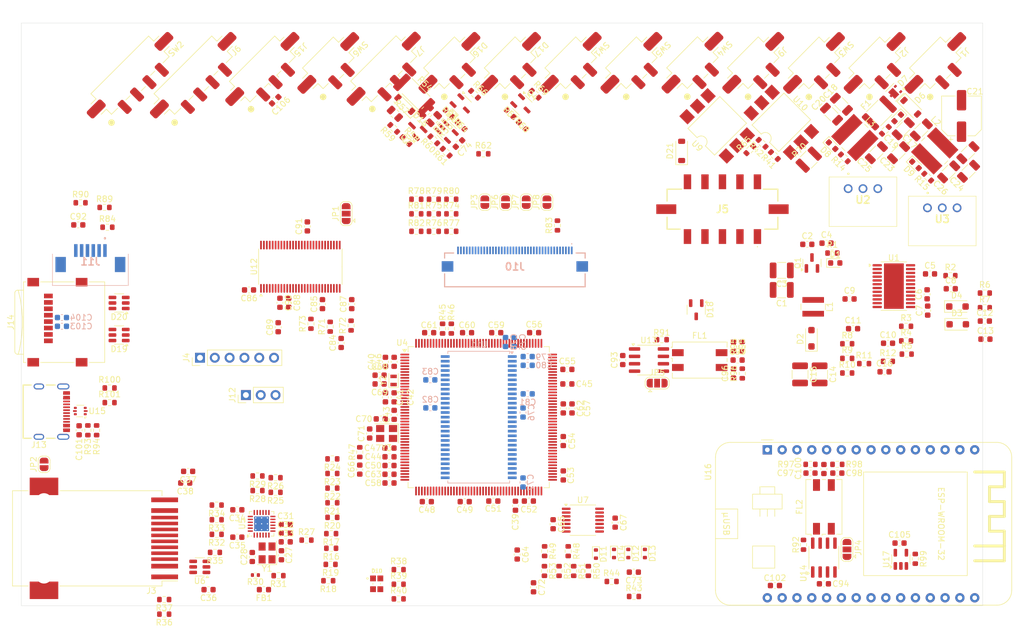
<source format=kicad_pcb>
(kicad_pcb
	(version 20241229)
	(generator "pcbnew")
	(generator_version "9.0")
	(general
		(thickness 1.6)
		(legacy_teardrops no)
	)
	(paper "A4")
	(layers
		(0 "F.Cu" signal)
		(4 "In1.Cu" power)
		(6 "In2.Cu" power)
		(2 "B.Cu" signal)
		(9 "F.Adhes" user "F.Adhesive")
		(11 "B.Adhes" user "B.Adhesive")
		(13 "F.Paste" user)
		(15 "B.Paste" user)
		(5 "F.SilkS" user "F.Silkscreen")
		(7 "B.SilkS" user "B.Silkscreen")
		(1 "F.Mask" user)
		(3 "B.Mask" user)
		(17 "Dwgs.User" user "User.Drawings")
		(19 "Cmts.User" user "User.Comments")
		(21 "Eco1.User" user "User.Eco1")
		(23 "Eco2.User" user "User.Eco2")
		(25 "Edge.Cuts" user)
		(27 "Margin" user)
		(31 "F.CrtYd" user "F.Courtyard")
		(29 "B.CrtYd" user "B.Courtyard")
		(35 "F.Fab" user)
		(33 "B.Fab" user)
		(39 "User.1" user)
		(41 "User.2" user)
		(43 "User.3" user)
		(45 "User.4" user)
		(47 "User.5" user)
		(49 "User.6" user)
		(51 "User.7" user)
		(53 "User.8" user)
		(55 "User.9" user)
	)
	(setup
		(stackup
			(layer "F.SilkS"
				(type "Top Silk Screen")
			)
			(layer "F.Paste"
				(type "Top Solder Paste")
			)
			(layer "F.Mask"
				(type "Top Solder Mask")
				(thickness 0.01)
			)
			(layer "F.Cu"
				(type "copper")
				(thickness 0.035)
			)
			(layer "dielectric 1"
				(type "prepreg")
				(thickness 0.1)
				(material "FR4")
				(epsilon_r 4.5)
				(loss_tangent 0.02)
			)
			(layer "In1.Cu"
				(type "copper")
				(thickness 0.035)
			)
			(layer "dielectric 2"
				(type "core")
				(thickness 1.24)
				(material "FR4")
				(epsilon_r 4.5)
				(loss_tangent 0.02)
			)
			(layer "In2.Cu"
				(type "copper")
				(thickness 0.035)
			)
			(layer "dielectric 3"
				(type "prepreg")
				(thickness 0.1)
				(material "FR4")
				(epsilon_r 4.5)
				(loss_tangent 0.02)
			)
			(layer "B.Cu"
				(type "copper")
				(thickness 0.035)
			)
			(layer "B.Mask"
				(type "Bottom Solder Mask")
				(thickness 0.01)
			)
			(layer "B.Paste"
				(type "Bottom Solder Paste")
			)
			(layer "B.SilkS"
				(type "Bottom Silk Screen")
			)
			(copper_finish "None")
			(dielectric_constraints no)
		)
		(pad_to_mask_clearance 0)
		(allow_soldermask_bridges_in_footprints no)
		(tenting front back)
		(pcbplotparams
			(layerselection 0x00000000_00000000_55555555_5755f5ff)
			(plot_on_all_layers_selection 0x00000000_00000000_00000000_00000000)
			(disableapertmacros no)
			(usegerberextensions no)
			(usegerberattributes yes)
			(usegerberadvancedattributes yes)
			(creategerberjobfile yes)
			(dashed_line_dash_ratio 12.000000)
			(dashed_line_gap_ratio 3.000000)
			(svgprecision 4)
			(plotframeref no)
			(mode 1)
			(useauxorigin no)
			(hpglpennumber 1)
			(hpglpenspeed 20)
			(hpglpendiameter 15.000000)
			(pdf_front_fp_property_popups yes)
			(pdf_back_fp_property_popups yes)
			(pdf_metadata yes)
			(pdf_single_document no)
			(dxfpolygonmode yes)
			(dxfimperialunits yes)
			(dxfusepcbnewfont yes)
			(psnegative no)
			(psa4output no)
			(plot_black_and_white yes)
			(plotinvisibletext no)
			(sketchpadsonfab no)
			(plotpadnumbers no)
			(hidednponfab no)
			(sketchdnponfab yes)
			(crossoutdnponfab yes)
			(subtractmaskfromsilk no)
			(outputformat 1)
			(mirror no)
			(drillshape 1)
			(scaleselection 1)
			(outputdirectory "")
		)
	)
	(net 0 "")
	(net 1 "+3V3_FER")
	(net 2 "Earth")
	(net 3 "/Ethernet/LED_G")
	(net 4 "/Ethernet/LED_Y")
	(net 5 "GND")
	(net 6 "+3V3")
	(net 7 "+5V")
	(net 8 "/Power/3V3_Display")
	(net 9 "Net-(C5-Pad2)")
	(net 10 "Net-(U1-COMP)")
	(net 11 "Net-(U1-C1+)")
	(net 12 "Net-(U1-C1-)")
	(net 13 "Net-(U1-C2+)")
	(net 14 "Net-(U1-C2-)")
	(net 15 "Net-(U1-DRV)")
	(net 16 "Net-(U1-FB1)")
	(net 17 "Net-(U1-REF)")
	(net 18 "Net-(U1-VCOMIN)")
	(net 19 "+24V")
	(net 20 "Net-(U3-VI)")
	(net 21 "Net-(U2-VI)")
	(net 22 "/Peripherals/V_{ref}")
	(net 23 "Net-(D1-A)")
	(net 24 "Net-(D15-K)")
	(net 25 "/IEC_Charging_Circuit/CP")
	(net 26 "/IEC_Charging_Circuit/PP")
	(net 27 "Net-(J10-Pin_1)")
	(net 28 "/Core/EV_Start_Charging")
	(net 29 "/Display/LCD_VGL")
	(net 30 "Net-(Q1-B)")
	(net 31 "Net-(Q2-G)")
	(net 32 "Net-(U1-FB3)")
	(net 33 "Net-(U1-FB2)")
	(net 34 "/IEC_Charging_Circuit/PWM_SENSE")
	(net 35 "/Core/Charging_Point_PWM")
	(net 36 "/Core/~{IMD_Error_LED}")
	(net 37 "/SDRAM/D9")
	(net 38 "/SDRAM/A11")
	(net 39 "/Core/~{AMS_Error_LED}")
	(net 40 "/SDRAM/D0")
	(net 41 "unconnected-(U4B-PC13-Pad8)")
	(net 42 "unconnected-(U4B-PD4-Pad146)")
	(net 43 "/Core/PCAP_RST")
	(net 44 "/Display/B5")
	(net 45 "unconnected-(U4B-PI8-Pad7)")
	(net 46 "/SDRAM/D14")
	(net 47 "/SDRAM/D2")
	(net 48 "/SDRAM/D4")
	(net 49 "/Core/OSC_in")
	(net 50 "/Core/SWCLK")
	(net 51 "unconnected-(U4B-PG3-Pad107)")
	(net 52 "/Display/R2")
	(net 53 "/SDRAM/A3")
	(net 54 "/SDRAM/D13")
	(net 55 "/Core/LCD_Reset")
	(net 56 "/Display/R0")
	(net 57 "/SDRAM/A2")
	(net 58 "/Display/R7")
	(net 59 "/Display/B4")
	(net 60 "/Core/AMS_Reset_in")
	(net 61 "/Core/AMS_Reset_out")
	(net 62 "/Core/SDC_out")
	(net 63 "/SDRAM/A0")
	(net 64 "unconnected-(U4B-PF8-Pad26)")
	(net 65 "/SDRAM/SDNE0")
	(net 66 "/Core/SWDIO")
	(net 67 "/SDRAM/A10")
	(net 68 "unconnected-(U4B-PC10-Pad139)")
	(net 69 "/Display/G0")
	(net 70 "/SDRAM/BA0")
	(net 71 "/Ethernet/RMII_TX_EN")
	(net 72 "/Core/NRST")
	(net 73 "/SDRAM/D12")
	(net 74 "/SDRAM/NBL0")
	(net 75 "/Display/B0")
	(net 76 "/Core/RMII_nRST")
	(net 77 "/Display/G2")
	(net 78 "/Display/R1")
	(net 79 "unconnected-(U4B-PI9-Pad11)")
	(net 80 "/SDRAM/SDNWE")
	(net 81 "/Ethernet/RMII_RXD1")
	(net 82 "/SDRAM/A9")
	(net 83 "/SDRAM/D11")
	(net 84 "unconnected-(U4B-PI6-Pad175)")
	(net 85 "/Display/DE")
	(net 86 "/Display/G3")
	(net 87 "/Display/CLK")
	(net 88 "/Peripherals/USART_RX")
	(net 89 "unconnected-(U4B-PB5-Pad163)")
	(net 90 "unconnected-(U4B-PI3-Pad134)")
	(net 91 "/Peripherals/USB_OTG_VBUS")
	(net 92 "/SDRAM/A4")
	(net 93 "/Display/B3")
	(net 94 "/Peripherals/SDMMC_D0")
	(net 95 "/SDRAM/D15")
	(net 96 "/SDRAM/D3")
	(net 97 "/Display/G4")
	(net 98 "/SDRAM/A7")
	(net 99 "/SDRAM/A12")
	(net 100 "Net-(U4F-BOOT0)")
	(net 101 "unconnected-(U4B-PD7-Pad151)")
	(net 102 "/Display/G7")
	(net 103 "/Core/LED_B")
	(net 104 "/Ethernet/RMII_MDIO")
	(net 105 "/Display/G1")
	(net 106 "/Display/R6")
	(net 107 "/SDRAM/D6")
	(net 108 "/SDRAM/A1")
	(net 109 "/SDRAM/D8")
	(net 110 "/Display/B6")
	(net 111 "/Display/R4")
	(net 112 "/Core/OSC_out")
	(net 113 "unconnected-(U4B-PA15-Pad138)")
	(net 114 "/SDRAM/A5")
	(net 115 "/Display/G6")
	(net 116 "/Peripherals/ESP_RX")
	(net 117 "unconnected-(U4B-PF9-Pad27)")
	(net 118 "/Display/G5")
	(net 119 "/Core/LED_G")
	(net 120 "/Display/R5")
	(net 121 "unconnected-(U4B-PE2-Pad1)")
	(net 122 "/Ethernet/RMII_TXD1")
	(net 123 "/SDRAM/D5")
	(net 124 "/Peripherals/SDMMC_CMD")
	(net 125 "/SDRAM/D1")
	(net 126 "Net-(U4A-VREF+)")
	(net 127 "/Display/B1")
	(net 128 "/Display/B7")
	(net 129 "unconnected-(U4B-PD11-Pad99)")
	(net 130 "/Ethernet/RMII_MDC")
	(net 131 "unconnected-(U4B-PE3-Pad2)")
	(net 132 "/Core/OSC32_in")
	(net 133 "/SDRAM/SDCLK")
	(net 134 "/Peripherals/USART_TX")
	(net 135 "unconnected-(U4B-PA10-Pad121)")
	(net 136 "/Core/LED_R")
	(net 137 "/SDRAM/SDCKE0")
	(net 138 "/Ethernet/RMII_RXD0")
	(net 139 "unconnected-(U4B-PC11-Pad140)")
	(net 140 "/Ethernet/RMII_CRS_DV")
	(net 141 "/Core/TRACESWO")
	(net 142 "/Display/HSYNC")
	(net 143 "/Ethernet/RMII_TXD0")
	(net 144 "/SDRAM/D10")
	(net 145 "/SDRAM/SDNCAS")
	(net 146 "/Display/R3")
	(net 147 "/Core/OSC32_out")
	(net 148 "/Display/VSYNC")
	(net 149 "/SDRAM/D7")
	(net 150 "unconnected-(U4B-PG9-Pad152)")
	(net 151 "/SDRAM/BA1")
	(net 152 "/SDRAM/SDNRAS")
	(net 153 "/SDRAM/A6")
	(net 154 "/SDRAM/NBL1")
	(net 155 "/Display/B2")
	(net 156 "/Ethernet/RMII_REF_CLK")
	(net 157 "/SDRAM/A8")
	(net 158 "unconnected-(U4B-PB2-Pad58)")
	(net 159 "/Ethernet/XTAL2")
	(net 160 "/Ethernet/XTAL1")
	(net 161 "/Peripherals/ESP_TX")
	(net 162 "/Peripherals/STM_CAN_TX")
	(net 163 "/Peripherals/STM_CAN_RX")
	(net 164 "/Peripherals/SDMMC_CK")
	(net 165 "/Peripherals/ESP_CAN_RX")
	(net 166 "/SDC_and_SCS/RSD_in")
	(net 167 "/SDC_and_SCS/RSD_out")
	(net 168 "/Core/CANH")
	(net 169 "/Core/CANL")
	(net 170 "/Peripherals/ESP_CAN_TX")
	(net 171 "/Display/LCD_VGH")
	(net 172 "Net-(D5-A)")
	(net 173 "Net-(D9-A)")
	(net 174 "/Core/SDC_in")
	(net 175 "Net-(Q3-G)")
	(net 176 "Net-(Q4-G)")
	(net 177 "/Core/SDC_enable")
	(net 178 "/Display/I2C_SDA")
	(net 179 "/Display/I2C_SCL")
	(net 180 "/Display/LCD_SELB")
	(net 181 "VDD")
	(net 182 "/Display/LCD_STBYB")
	(net 183 "Net-(J1-Pin_1)")
	(net 184 "/Display/LCD_U{slash}D")
	(net 185 "/Display/LCD_L{slash}R")
	(net 186 "/Display/RXIN0-")
	(net 187 "/Display/RXCLKIN+")
	(net 188 "/Display/RXIN0+")
	(net 189 "/Display/RXIN2-")
	(net 190 "/Display/RXIN1-")
	(net 191 "/Display/RXIN2+")
	(net 192 "/Display/RXIN3+")
	(net 193 "/Display/RXIN3-")
	(net 194 "/Display/RXIN1+")
	(net 195 "/Display/RXCLKIN-")
	(net 196 "Net-(J2-Pin_1)")
	(net 197 "Net-(U4F-PDR_ON)")
	(net 198 "/Peripherals/SDMMC_D1")
	(net 199 "/Peripherals/SDMMC_D2")
	(net 200 "/Peripherals/SDMMC_D3")
	(net 201 "/Core/SDC_Voltage")
	(net 202 "/Core/TSAL_Green")
	(net 203 "/Core/TS_on")
	(net 204 "/Peripherals/USB_OTG_DP")
	(net 205 "/Peripherals/USB_OTG_DN")
	(net 206 "/Peripherals/D-")
	(net 207 "/Peripherals/D+")
	(net 208 "/Core/PCAP_Int")
	(net 209 "/Display/LCD_VDD")
	(net 210 "/Core/Encoder_push")
	(net 211 "/Core/Encoder_A")
	(net 212 "/Core/Encoder_B")
	(net 213 "/Ethernet/RXN")
	(net 214 "/Ethernet/TXN")
	(net 215 "/Ethernet/RXP")
	(net 216 "/Ethernet/TXP")
	(net 217 "/Core/SDC_on")
	(net 218 "/Core/EncB_on")
	(net 219 "/Core/EncPush_on")
	(net 220 "/Core/EncA_on")
	(net 221 "Net-(D16-A)")
	(net 222 "Net-(D16-K)")
	(net 223 "Net-(D17-K)")
	(net 224 "Net-(D17-A)")
	(net 225 "/Display/LCD_AVDD")
	(net 226 "/Display/VCOM")
	(net 227 "Net-(D7-K)")
	(net 228 "unconnected-(U4B-PH9-Pad86)")
	(net 229 "unconnected-(U4B-PH6-Pad83)")
	(net 230 "unconnected-(U4B-PH7-Pad84)")
	(net 231 "Net-(D3-A)")
	(net 232 "Net-(J13-CC2)")
	(net 233 "Net-(U5-VDDCR)")
	(net 234 "Net-(C39-Pad1)")
	(net 235 "Net-(C45-Pad1)")
	(net 236 "Net-(D11-K)")
	(net 237 "Net-(D12-K)")
	(net 238 "Net-(D13-K)")
	(net 239 "Net-(D14-K)")
	(net 240 "Net-(U15-VBUS)")
	(net 241 "Net-(D2-A)")
	(net 242 "Net-(D8-A)")
	(net 243 "Net-(D10-BK)")
	(net 244 "Net-(D10-GK)")
	(net 245 "Net-(D10-RK)")
	(net 246 "Net-(D11-A)")
	(net 247 "Net-(U13-CANH)")
	(net 248 "Net-(U13-CANL)")
	(net 249 "Net-(U14-CANH)")
	(net 250 "Net-(U14-CANL)")
	(net 251 "Net-(J3-Pad11)")
	(net 252 "Net-(J3-Pad2)")
	(net 253 "unconnected-(J3-NC-Pad9)")
	(net 254 "Net-(J5-Pin_2)")
	(net 255 "Net-(J13-CC1)")
	(net 256 "unconnected-(J10-Pin_27-Pad27)")
	(net 257 "unconnected-(J10-Pin_36-Pad36)")
	(net 258 "Net-(J10-Pin_35)")
	(net 259 "unconnected-(J10-Pin_24-Pad24)")
	(net 260 "unconnected-(J10-Pin_26-Pad26)")
	(net 261 "unconnected-(J10-Pin_4-Pad4)")
	(net 262 "Net-(J10-Pin_38)")
	(net 263 "unconnected-(J10-Pin_23-Pad23)")
	(net 264 "Net-(J10-Pin_29)")
	(net 265 "unconnected-(J10-Pin_37-Pad37)")
	(net 266 "unconnected-(J13-SBU2-PadB8)")
	(net 267 "unconnected-(J13-SBU1-PadA8)")
	(net 268 "Net-(Q2-D)")
	(net 269 "Net-(R29-Pad1)")
	(net 270 "Net-(J15-Pin_2)")
	(net 271 "Net-(JP4-C)")
	(net 272 "Net-(JP5-C)")
	(net 273 "Net-(R3-Pad2)")
	(net 274 "Net-(R8-Pad2)")
	(net 275 "Net-(U5-TXD0)")
	(net 276 "Net-(U5-TXD1)")
	(net 277 "Net-(U5-TXEN)")
	(net 278 "Net-(U5-RXD0{slash}MODE0)")
	(net 279 "Net-(U5-RXD1{slash}MODE1)")
	(net 280 "Net-(U5-CRS_DV{slash}MODE2)")
	(net 281 "Net-(U5-MDIO)")
	(net 282 "Net-(U5-MDC)")
	(net 283 "Net-(U5-~{INT}{slash}REFCLKO)")
	(net 284 "Net-(U5-RXER{slash}PHYAD0)")
	(net 285 "Net-(U5-RBIAS)")
	(net 286 "Net-(U8--)")
	(net 287 "Net-(R65-Pad1)")
	(net 288 "Net-(R70-Pad2)")
	(net 289 "Net-(U12-CLKSEL)")
	(net 290 "Net-(U12-~{SHTDN})")
	(net 291 "Net-(R74-Pad2)")
	(net 292 "Net-(R75-Pad2)")
	(net 293 "Net-(U13-Rs)")
	(net 294 "Net-(U14-Rs)")
	(net 295 "Net-(U16-D21)")
	(net 296 "unconnected-(U7-Pad12)")
	(net 297 "unconnected-(U7-Pad10)")
	(net 298 "unconnected-(U9-Pad3)")
	(net 299 "unconnected-(U10-Pad3)")
	(net 300 "unconnected-(U10-Pad5)")
	(net 301 "unconnected-(U11-NC-Pad40)")
	(net 302 "unconnected-(U16-D26-Pad7)")
	(net 303 "unconnected-(U16-D2-Pad27)")
	(net 304 "unconnected-(U16-VIN-Pad1)")
	(net 305 "unconnected-(U16-D34-Pad12)")
	(net 306 "unconnected-(U16-D39{slash}VN-Pad13)")
	(net 307 "unconnected-(U16-D19-Pad21)")
	(net 308 "unconnected-(U16-D36{slash}VP-Pad14)")
	(net 309 "unconnected-(U16-TX0{slash}D1-Pad18)")
	(net 310 "unconnected-(U16-D14-Pad5)")
	(net 311 "unconnected-(U16-D25-Pad8)")
	(net 312 "unconnected-(U16-D15-Pad28)")
	(net 313 "unconnected-(U16-D13-Pad3)")
	(net 314 "unconnected-(U16-D23-Pad16)")
	(net 315 "unconnected-(U16-D27-Pad6)")
	(net 316 "unconnected-(U16-EN-Pad15)")
	(net 317 "unconnected-(U16-D33-Pad9)")
	(net 318 "unconnected-(U16-D22-Pad17)")
	(net 319 "unconnected-(U16-D35-Pad11)")
	(net 320 "unconnected-(U16-D18-Pad22)")
	(net 321 "unconnected-(U16-D12-Pad4)")
	(net 322 "unconnected-(U16-D32-Pad10)")
	(net 323 "unconnected-(U16-RX0{slash}D3-Pad19)")
	(net 324 "unconnected-(U17-NC-Pad1)")
	(footprint "Capacitor_SMD:C_1206_3216Metric" (layer "F.Cu") (at 218 62.3 45))
	(footprint "Capacitor_SMD:C_0603_1608Metric" (layer "F.Cu") (at 206.3 96.41))
	(footprint "Package_SO:SOIC-8_3.9x4.9mm_P1.27mm" (layer "F.Cu") (at 201.29 135.7 90))
	(footprint "Resistor_SMD:R_0603_1608Metric" (layer "F.Cu") (at 73.825 74.8))
	(footprint "Resistor_SMD:R_0603_1608Metric" (layer "F.Cu") (at 107.265 121.99 180))
	(footprint "Capacitor_SMD:C_0603_1608Metric" (layer "F.Cu") (at 108.01 91.9625 -90))
	(footprint "Capacitor_SMD:C_1206_3216Metric" (layer "F.Cu") (at 226.1 69.4 45))
	(footprint "Capacitor_SMD:C_0603_1608Metric" (layer "F.Cu") (at 154.862501 129.975 -90))
	(footprint "Resistor_SMD:R_0603_1608Metric" (layer "F.Cu") (at 137.4 79.7))
	(footprint "Jumper:SolderJumper-2_P1.3mm_Open_RoundedPad1.0x1.5mm" (layer "F.Cu") (at 146.7 74.7 90))
	(footprint "Capacitor_SMD:C_0603_1608Metric" (layer "F.Cu") (at 211.7 103.81))
	(footprint "Charger:ESP32-WROOM-32-DevKit-30Pin" (layer "F.Cu") (at 191.6 117.2 -90))
	(footprint "Inductor_SMD:L_Wuerth_WE-PD2-Typ-MS" (layer "F.Cu") (at 206.6 63.6 -45))
	(footprint "Package_TO_SOT_SMD:SOT-23-3" (layer "F.Cu") (at 149.578751 58.078751 -45))
	(footprint "Resistor_SMD:R_0603_1608Metric" (layer "F.Cu") (at 97.165 131.71 180))
	(footprint "Package_DIP:SMDIP-6_W9.53mm" (layer "F.Cu") (at 183 61.6 135))
	(footprint "FaSTTUBe_connectors:Micro_Mate-N-Lok_2p_vertical" (layer "F.Cu") (at 220.4 50.8 -135))
	(footprint "Resistor_SMD:R_0603_1608Metric" (layer "F.Cu") (at 187.3 99.5 90))
	(footprint "Resistor_SMD:R_0603_1608Metric" (layer "F.Cu") (at 78.8 106.59))
	(footprint "Diode_SMD:D_SOD-123" (layer "F.Cu") (at 216.2 58.4 -45))
	(footprint "Jumper:SolderJumper-2_P1.3mm_Open_RoundedPad1.0x1.5mm" (layer "F.Cu") (at 143.15 74.7 90))
	(footprint "Inductor_SMD:L_0603_1608Metric" (layer "F.Cu") (at 105.265 141.2 180))
	(footprint "Resistor_SMD:R_0603_1608Metric" (layer "F.Cu") (at 75.07 113.85 -90))
	(footprint "Inductor_SMD:L_Wuerth_WE-PD2-Typ-MS" (layer "F.Cu") (at 220.3 65.9 45))
	(footprint "LED_SMD:LED_0603_1608Metric" (layer "F.Cu") (at 213.956847 60.243153 -135))
	(footprint "Capacitor_SMD:CP_Elec_6.3x7.7" (layer "F.Cu") (at 224.9 59.9 90))
	(footprint "Capacitor_SMD:C_0603_1608Metric" (layer "F.Cu") (at 203.6 121.2))
	(footprint "LED_SMD:LED_0603_1608Metric" (layer "F.Cu") (at 203.25 85.135))
	(footprint "Resistor_SMD:R_0603_1608Metric" (layer "F.Cu") (at 88.165 145.41 180))
	(footprint "Resistor_SMD:R_0603_1608Metric" (layer "F.Cu") (at 139.078751 61.578751 -45))
	(footprint "Capacitor_SMD:C_1210_3225Metric" (layer "F.Cu") (at 194.0625 86.41 180))
	(footprint "Resistor_SMD:R_0603_1608Metric" (layer "F.Cu") (at 228.9 90.3))
	(footprint "Resistor_SMD:R_0603_1608Metric" (layer "F.Cu") (at 147.478751 59.478751 -45))
	(footprint "Capacitor_SMD:C_0603_1608Metric" (layer "F.Cu") (at 126.8 116.9))
	(footprint "Charger:173010542" (layer "F.Cu") (at 208 74.3))
	(footprint "FaSTTUBe_connectors:Micro_Mate-N-Lok_2p_vertical" (layer "F.Cu") (at 178.757502 50.757502 -135))
	(footprint "Resistor_SMD:R_0603_1608Metric" (layer "F.Cu") (at 129.621249 64.130437 -45))
	(footprint "Capacitor_SMD:C_0603_1608Metric"
		(layer "F.Cu")
		(uuid "28ea0114-3445-4003-a16e-c38a1a69cde6")
		(at 140.1 97.1 180)
		(descr "Capacitor SMD 0603 (1608 Metric), square (rectangular) end terminal, IPC_7351 nominal, (Body size source: IPC-SM-782 page 76, https://www.pcb-3d.co
... [1212122 chars truncated]
</source>
